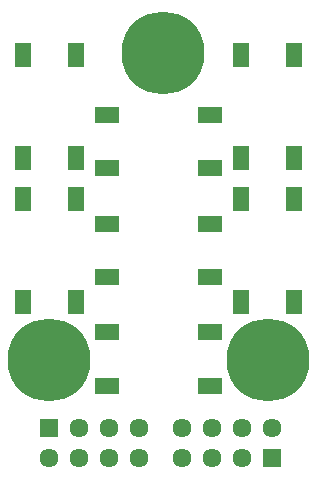
<source format=gts>
G04 Layer_Color=8388736*
%FSLAX44Y44*%
%MOMM*%
G71*
G01*
G75*
%ADD22R,2.1160X1.4160*%
%ADD23R,1.4160X2.1160*%
%ADD24C,7.0160*%
%ADD25C,1.6160*%
%ADD26R,1.6160X1.6160*%
D22*
X90250Y310500D02*
D03*
X177250D02*
D03*
X90250Y265500D02*
D03*
X177250D02*
D03*
X90250Y218320D02*
D03*
X177250D02*
D03*
X90250Y173320D02*
D03*
X177250D02*
D03*
X90250Y126250D02*
D03*
X177250D02*
D03*
X90250Y81250D02*
D03*
X177250D02*
D03*
D23*
X203260Y152320D02*
D03*
Y239320D02*
D03*
X248260Y152320D02*
D03*
Y239320D02*
D03*
X63880Y239320D02*
D03*
Y152320D02*
D03*
X18880Y239320D02*
D03*
Y152320D02*
D03*
X203260Y273920D02*
D03*
Y360920D02*
D03*
X248260Y273920D02*
D03*
Y360920D02*
D03*
X63880Y360920D02*
D03*
Y273920D02*
D03*
X18880Y360920D02*
D03*
Y273920D02*
D03*
D24*
X226750Y102750D02*
D03*
X41000D02*
D03*
X137110Y363000D02*
D03*
D25*
X117500Y19850D02*
D03*
Y45250D02*
D03*
X92100D02*
D03*
Y19850D02*
D03*
X66700Y45250D02*
D03*
Y19850D02*
D03*
X41300D02*
D03*
X153350Y45250D02*
D03*
Y19850D02*
D03*
X178750D02*
D03*
Y45250D02*
D03*
X204150Y19850D02*
D03*
Y45250D02*
D03*
X229550D02*
D03*
D26*
X41300D02*
D03*
X229550Y19850D02*
D03*
M02*

</source>
